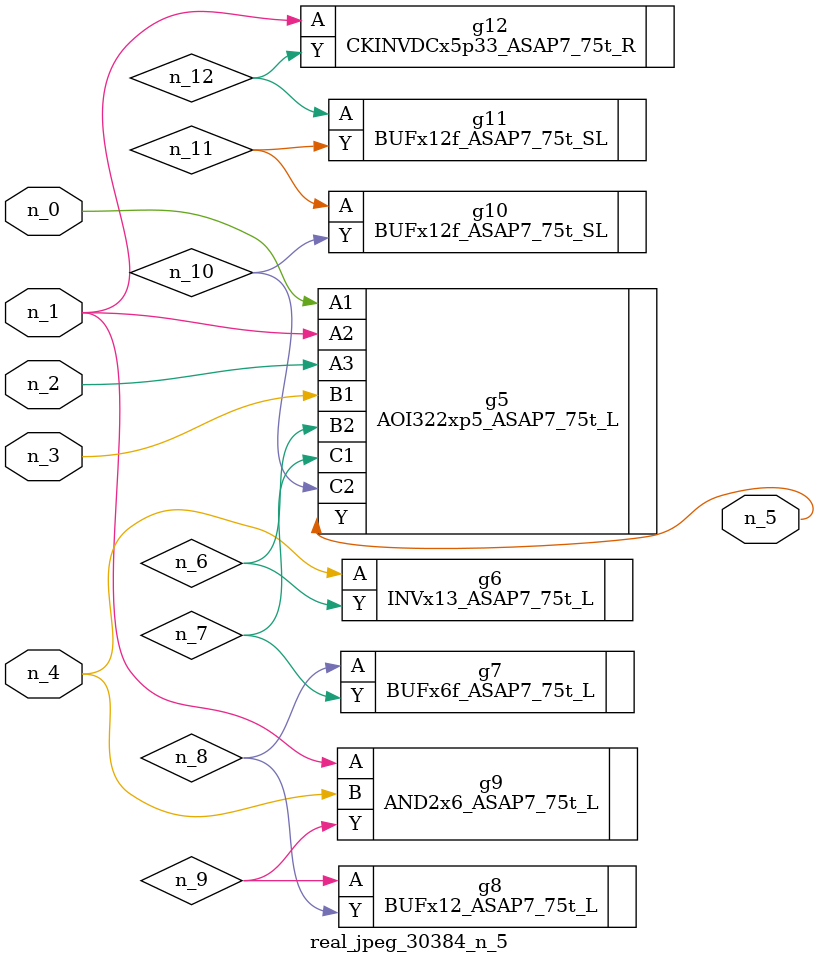
<source format=v>
module real_jpeg_30384_n_5 (n_4, n_0, n_1, n_2, n_3, n_5);

input n_4;
input n_0;
input n_1;
input n_2;
input n_3;

output n_5;

wire n_12;
wire n_8;
wire n_11;
wire n_6;
wire n_7;
wire n_10;
wire n_9;

AOI322xp5_ASAP7_75t_L g5 ( 
.A1(n_0),
.A2(n_1),
.A3(n_2),
.B1(n_3),
.B2(n_6),
.C1(n_7),
.C2(n_10),
.Y(n_5)
);

AND2x6_ASAP7_75t_L g9 ( 
.A(n_1),
.B(n_4),
.Y(n_9)
);

CKINVDCx5p33_ASAP7_75t_R g12 ( 
.A(n_1),
.Y(n_12)
);

INVx13_ASAP7_75t_L g6 ( 
.A(n_4),
.Y(n_6)
);

BUFx6f_ASAP7_75t_L g7 ( 
.A(n_8),
.Y(n_7)
);

BUFx12_ASAP7_75t_L g8 ( 
.A(n_9),
.Y(n_8)
);

BUFx12f_ASAP7_75t_SL g10 ( 
.A(n_11),
.Y(n_10)
);

BUFx12f_ASAP7_75t_SL g11 ( 
.A(n_12),
.Y(n_11)
);


endmodule
</source>
